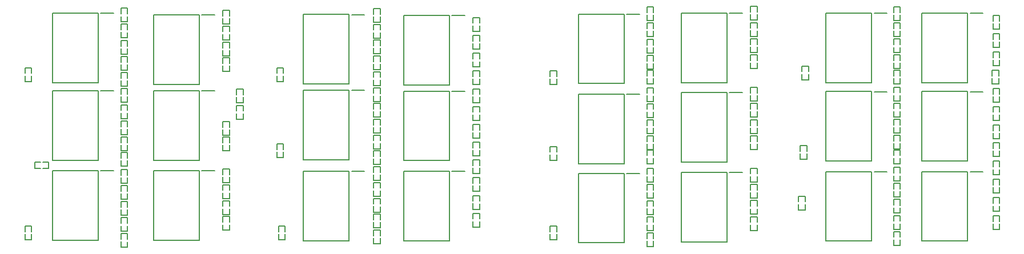
<source format=gbo>
G04*
G04 #@! TF.GenerationSoftware,Altium Limited,Altium Designer,24.2.2 (26)*
G04*
G04 Layer_Color=32896*
%FSLAX25Y25*%
%MOIN*%
G70*
G04*
G04 #@! TF.SameCoordinates,259A4400-9820-475F-8ACA-24378C9DBAE9*
G04*
G04*
G04 #@! TF.FilePolarity,Positive*
G04*
G01*
G75*
%ADD12C,0.00787*%
%ADD14C,0.00600*%
D12*
X573264Y128756D02*
X580842D01*
X571886Y88224D02*
Y128776D01*
X545114Y88224D02*
X571886D01*
X545114D02*
Y128776D01*
X571886D01*
X517264Y128756D02*
X524843D01*
X515886Y88224D02*
Y128776D01*
X489114Y88224D02*
X515886D01*
X489114D02*
Y128776D01*
X515886D01*
X432764Y128756D02*
X440343D01*
X431386Y88224D02*
Y128776D01*
X404614Y88224D02*
X431386D01*
X404614D02*
Y128776D01*
X431386D01*
X372764Y128256D02*
X380343D01*
X371386Y87724D02*
Y128276D01*
X344614Y87724D02*
X371386D01*
X344614D02*
Y128276D01*
X371386D01*
X573264Y83008D02*
X580842D01*
X571886Y42476D02*
Y83028D01*
X545114Y42476D02*
X571886D01*
X545114D02*
Y83028D01*
X571886D01*
X517264Y83008D02*
X524843D01*
X515886Y42476D02*
Y83028D01*
X489114Y42476D02*
X515886D01*
X489114D02*
Y83028D01*
X515886D01*
X432764Y82508D02*
X440343D01*
X431386Y41976D02*
Y82528D01*
X404614Y41976D02*
X431386D01*
X404614D02*
Y82528D01*
X431386D01*
X372764Y81508D02*
X380343D01*
X371386Y40976D02*
Y81528D01*
X344614Y40976D02*
X371386D01*
X344614D02*
Y81528D01*
X371386D01*
X573264Y36256D02*
X580842D01*
X571886Y-4276D02*
Y36276D01*
X545114Y-4276D02*
X571886D01*
X545114D02*
Y36276D01*
X571886D01*
X517264Y36256D02*
X524843D01*
X515886Y-4276D02*
Y36276D01*
X489114Y-4276D02*
X515886D01*
X489114D02*
Y36276D01*
X515886D01*
X432764Y35756D02*
X440343D01*
X431386Y-4776D02*
Y35776D01*
X404614Y-4776D02*
X431386D01*
X404614D02*
Y35776D01*
X431386D01*
X372764Y35256D02*
X380343D01*
X371386Y-5276D02*
Y35276D01*
X344614Y-5276D02*
X371386D01*
X344614D02*
Y35276D01*
X371386D01*
X270764Y127508D02*
X278343D01*
X269386Y86976D02*
Y127528D01*
X242614Y86976D02*
X269386D01*
X242614D02*
Y127528D01*
X269386D01*
X212264Y128008D02*
X219843D01*
X210886Y87476D02*
Y128028D01*
X184114Y87476D02*
X210886D01*
X184114D02*
Y128028D01*
X210886D01*
X270764Y83256D02*
X278343D01*
X269386Y42724D02*
Y83276D01*
X242614Y42724D02*
X269386D01*
X242614D02*
Y83276D01*
X269386D01*
X212264Y83756D02*
X219843D01*
X210886Y43224D02*
Y83776D01*
X184114Y43224D02*
X210886D01*
X184114D02*
Y83776D01*
X210886D01*
X270764Y36508D02*
X278343D01*
X269386Y-4024D02*
Y36528D01*
X242614Y-4024D02*
X269386D01*
X242614D02*
Y36528D01*
X269386D01*
X212264Y36508D02*
X219843D01*
X210886Y-4024D02*
Y36528D01*
X184114Y-4024D02*
X210886D01*
X184114D02*
Y36528D01*
X210886D01*
X96614Y83555D02*
X123386D01*
X96614Y43004D02*
Y83555D01*
Y43004D02*
X123386D01*
Y83555D01*
X124764Y83535D02*
X132343D01*
X65764D02*
X73343D01*
X64386Y43004D02*
Y83555D01*
X37614Y43004D02*
X64386D01*
X37614D02*
Y83555D01*
X64386D01*
X37614Y128807D02*
X64386D01*
X37614Y88256D02*
Y128807D01*
Y88256D02*
X64386D01*
Y128807D01*
X65764Y128787D02*
X73343D01*
X96614Y127807D02*
X123386D01*
X96614Y87256D02*
Y127807D01*
Y87256D02*
X123386D01*
Y127807D01*
X124764Y127787D02*
X132343D01*
X37614Y36807D02*
X64386D01*
X37614Y-3744D02*
Y36807D01*
Y-3744D02*
X64386D01*
Y36807D01*
X65764Y36787D02*
X73343D01*
X96614Y36807D02*
X123386D01*
X96614Y-3744D02*
Y36807D01*
Y-3744D02*
X123386D01*
Y36807D01*
X124764Y36787D02*
X132343D01*
D14*
X586600Y124174D02*
Y127500D01*
X590352D01*
X590400Y124148D02*
Y127452D01*
X590352Y127500D02*
X590400Y127452D01*
Y119500D02*
Y122711D01*
X586600Y119500D02*
X590400D01*
X586600D02*
Y122721D01*
X532400Y87500D02*
Y90826D01*
X528648Y87500D02*
X532400D01*
X528600Y87548D02*
Y90852D01*
Y87548D02*
X528648Y87500D01*
X528600Y92289D02*
Y95500D01*
X532400D01*
Y92279D02*
Y95500D01*
X586600Y102902D02*
Y106227D01*
X590352D01*
X590400Y102876D02*
Y106179D01*
X590352Y106227D02*
X590400Y106179D01*
Y98227D02*
Y101438D01*
X586600Y98227D02*
X590400D01*
X586600D02*
Y101449D01*
X589900Y87500D02*
Y90826D01*
X586148Y87500D02*
X589900D01*
X586100Y87548D02*
Y90852D01*
Y87548D02*
X586148Y87500D01*
X586100Y92289D02*
Y95500D01*
X589900D01*
Y92279D02*
Y95500D01*
X532400Y96386D02*
Y99711D01*
X528648Y96386D02*
X532400D01*
X528600Y96434D02*
Y99737D01*
Y96434D02*
X528648Y96386D01*
X528600Y101175D02*
Y104385D01*
X532400D01*
Y101164D02*
Y104385D01*
X388400Y96214D02*
Y99540D01*
X384648Y96214D02*
X388400D01*
X384600Y96263D02*
Y99566D01*
Y96263D02*
X384648Y96214D01*
X384600Y101004D02*
Y104214D01*
X388400D01*
Y100993D02*
Y104214D01*
X528600Y129174D02*
Y132500D01*
X532352D01*
X532400Y129148D02*
Y132452D01*
X532352Y132500D02*
X532400Y132452D01*
Y124500D02*
Y127711D01*
X528600Y124500D02*
X532400D01*
X528600D02*
Y127721D01*
X478900Y90000D02*
Y93326D01*
X475148Y90000D02*
X478900D01*
X475100Y90048D02*
Y93352D01*
Y90048D02*
X475148Y90000D01*
X475100Y94789D02*
Y98000D01*
X478900D01*
Y94779D02*
Y98000D01*
X528600Y110431D02*
Y113757D01*
X532352D01*
X532400Y110405D02*
Y113709D01*
X532352Y113757D02*
X532400Y113709D01*
Y105757D02*
Y108968D01*
X528600Y105757D02*
X532400D01*
X528600D02*
Y108978D01*
X448900Y124799D02*
Y128125D01*
X445148Y124799D02*
X448900D01*
X445100Y124847D02*
Y128151D01*
Y124847D02*
X445148Y124799D01*
X445100Y129588D02*
Y132799D01*
X448900D01*
Y129578D02*
Y132799D01*
X388400Y87500D02*
Y90826D01*
X384648Y87500D02*
X388400D01*
X384600Y87548D02*
Y90852D01*
Y87548D02*
X384648Y87500D01*
X384600Y92289D02*
Y95500D01*
X388400D01*
Y92279D02*
Y95500D01*
X445100Y110574D02*
Y113899D01*
X448852D01*
X448900Y110548D02*
Y113851D01*
X448852Y113899D02*
X448900Y113851D01*
Y105899D02*
Y109110D01*
X445100Y105899D02*
X448900D01*
X445100D02*
Y109121D01*
X448900Y96449D02*
Y99775D01*
X445148Y96449D02*
X448900D01*
X445100Y96498D02*
Y99801D01*
Y96498D02*
X445148Y96449D01*
X445100Y101239D02*
Y104449D01*
X448900D01*
Y101228D02*
Y104449D01*
X388400Y124500D02*
Y127826D01*
X384648Y124500D02*
X388400D01*
X384600Y124548D02*
Y127852D01*
Y124548D02*
X384648Y124500D01*
X384600Y129289D02*
Y132500D01*
X388400D01*
Y129279D02*
Y132500D01*
X331900Y87201D02*
Y90526D01*
X328148Y87201D02*
X331900D01*
X328100Y87249D02*
Y90553D01*
Y87249D02*
X328148Y87201D01*
X328100Y91990D02*
Y95201D01*
X331900D01*
Y91979D02*
Y95201D01*
X384600Y110317D02*
Y113643D01*
X388352D01*
X388400Y110291D02*
Y113594D01*
X388352Y113643D02*
X388400Y113594D01*
Y105643D02*
Y108853D01*
X384600Y105643D02*
X388400D01*
X384600D02*
Y108864D01*
X586600Y81629D02*
Y84955D01*
X590352D01*
X590400Y81603D02*
Y84906D01*
X590352Y84955D02*
X590400Y84906D01*
Y76955D02*
Y80165D01*
X586600Y76955D02*
X590400D01*
X586600D02*
Y80176D01*
X532400Y41000D02*
Y44326D01*
X528648Y41000D02*
X532400D01*
X528600Y41048D02*
Y44352D01*
Y41048D02*
X528648Y41000D01*
X528600Y45789D02*
Y49000D01*
X532400D01*
Y45779D02*
Y49000D01*
X586600Y60356D02*
Y63682D01*
X590352D01*
X590400Y60330D02*
Y63634D01*
X590352Y63682D02*
X590400Y63634D01*
Y55682D02*
Y58892D01*
X586600Y55682D02*
X590400D01*
X586600D02*
Y58903D01*
X590400Y45045D02*
Y48371D01*
X586648Y45045D02*
X590400D01*
X586600Y45094D02*
Y48397D01*
Y45094D02*
X586648Y45045D01*
X586600Y49835D02*
Y53045D01*
X590400D01*
Y49824D02*
Y53045D01*
X532400Y77643D02*
Y80968D01*
X528648Y77643D02*
X532400D01*
X528600Y77691D02*
Y80994D01*
Y77691D02*
X528648Y77643D01*
X528600Y82432D02*
Y85642D01*
X532400D01*
Y82421D02*
Y85642D01*
X477900Y43500D02*
Y46826D01*
X474148Y43500D02*
X477900D01*
X474100Y43548D02*
Y46852D01*
Y43548D02*
X474148Y43500D01*
X474100Y48289D02*
Y51500D01*
X477900D01*
Y48279D02*
Y51500D01*
X532400Y58900D02*
Y62225D01*
X528648Y58900D02*
X532400D01*
X528600Y58948D02*
Y62251D01*
Y58948D02*
X528648Y58900D01*
X528600Y63689D02*
Y66900D01*
X532400D01*
Y63678D02*
Y66900D01*
Y49528D02*
Y52854D01*
X528648Y49528D02*
X532400D01*
X528600Y49576D02*
Y52880D01*
Y49576D02*
X528648Y49528D01*
X528600Y54317D02*
Y57528D01*
X532400D01*
Y54307D02*
Y57528D01*
X445100Y82224D02*
Y85549D01*
X448852D01*
X448900Y82198D02*
Y85501D01*
X448852Y85549D02*
X448900Y85501D01*
Y77549D02*
Y80760D01*
X445100Y77549D02*
X448900D01*
X445100D02*
Y80771D01*
X388400Y41000D02*
Y44326D01*
X384648Y41000D02*
X388400D01*
X384600Y41048D02*
Y44352D01*
Y41048D02*
X384648Y41000D01*
X384600Y45789D02*
Y49000D01*
X388400D01*
Y45779D02*
Y49000D01*
X445100Y63324D02*
Y66650D01*
X448852D01*
X448900Y63298D02*
Y66601D01*
X448852Y66650D02*
X448900Y66601D01*
Y58650D02*
Y61860D01*
X445100Y58650D02*
X448900D01*
X445100D02*
Y61871D01*
X448900Y49200D02*
Y52525D01*
X445148Y49200D02*
X448900D01*
X445100Y49248D02*
Y52551D01*
Y49248D02*
X445148Y49200D01*
X445100Y53989D02*
Y57200D01*
X448900D01*
Y53978D02*
Y57200D01*
X388400Y77357D02*
Y80683D01*
X384648Y77357D02*
X388400D01*
X384600Y77406D02*
Y80709D01*
Y77406D02*
X384648Y77357D01*
X384600Y82147D02*
Y85357D01*
X388400D01*
Y82136D02*
Y85357D01*
X331900Y43000D02*
Y46326D01*
X328148Y43000D02*
X331900D01*
X328100Y43048D02*
Y46352D01*
Y43048D02*
X328148Y43000D01*
X328100Y47789D02*
Y51000D01*
X331900D01*
Y47779D02*
Y51000D01*
X384600Y63174D02*
Y66500D01*
X388352D01*
X388400Y63148D02*
Y66452D01*
X388352Y66500D02*
X388400Y66452D01*
Y58500D02*
Y61711D01*
X384600Y58500D02*
X388400D01*
X384600D02*
Y61721D01*
X388400Y49071D02*
Y52397D01*
X384648Y49071D02*
X388400D01*
X384600Y49120D02*
Y52423D01*
Y49120D02*
X384648Y49071D01*
X384600Y53861D02*
Y57071D01*
X388400D01*
Y53850D02*
Y57071D01*
X586600Y39083D02*
Y42409D01*
X590352D01*
X590400Y39057D02*
Y42361D01*
X590352Y42409D02*
X590400Y42361D01*
Y34409D02*
Y37620D01*
X586600Y34409D02*
X590400D01*
X586600D02*
Y37630D01*
X532400Y-6701D02*
Y-3375D01*
X528648Y-6701D02*
X532400D01*
X528600Y-6652D02*
Y-3349D01*
Y-6652D02*
X528648Y-6701D01*
X528600Y-1911D02*
Y1299D01*
X532400D01*
Y-1922D02*
Y1299D01*
X586600Y17811D02*
Y21136D01*
X590352D01*
X590400Y17785D02*
Y21088D01*
X590352Y21136D02*
X590400Y21088D01*
Y13136D02*
Y16347D01*
X586600Y13136D02*
X590400D01*
X586600D02*
Y16358D01*
X590400Y2500D02*
Y5826D01*
X586648Y2500D02*
X590400D01*
X586600Y2548D02*
Y5852D01*
Y2548D02*
X586648Y2500D01*
X586600Y7289D02*
Y10500D01*
X590400D01*
Y7279D02*
Y10500D01*
X528600Y35460D02*
Y38785D01*
X532352D01*
X532400Y35434D02*
Y38737D01*
X532352Y38785D02*
X532400Y38737D01*
Y30785D02*
Y33996D01*
X528600Y30785D02*
X532400D01*
X528600D02*
Y34006D01*
X476900Y14000D02*
Y17326D01*
X473148Y14000D02*
X476900D01*
X473100Y14048D02*
Y17352D01*
Y14048D02*
X473148Y14000D01*
X473100Y18789D02*
Y22000D01*
X476900D01*
Y18779D02*
Y22000D01*
X528600Y16717D02*
Y20042D01*
X532352D01*
X532400Y16691D02*
Y19994D01*
X532352Y20042D02*
X532400Y19994D01*
Y12042D02*
Y15253D01*
X528600Y12042D02*
X532400D01*
X528600D02*
Y15263D01*
X532400Y2671D02*
Y5996D01*
X528648Y2671D02*
X532400D01*
X528600Y2719D02*
Y6022D01*
Y2719D02*
X528648Y2671D01*
X528600Y7460D02*
Y10671D01*
X532400D01*
Y7449D02*
Y10671D01*
X448900Y30300D02*
Y33625D01*
X445148Y30300D02*
X448900D01*
X445100Y30348D02*
Y33651D01*
Y30348D02*
X445148Y30300D01*
X445100Y35089D02*
Y38300D01*
X448900D01*
Y35078D02*
Y38300D01*
X388400Y-7500D02*
Y-4174D01*
X384648Y-7500D02*
X388400D01*
X384600Y-7452D02*
Y-4148D01*
Y-7452D02*
X384648Y-7500D01*
X384600Y-2711D02*
Y500D01*
X388400D01*
Y-2721D02*
Y500D01*
X445100Y16074D02*
Y19400D01*
X448852D01*
X448900Y16048D02*
Y19352D01*
X448852Y19400D02*
X448900Y19352D01*
Y11400D02*
Y14611D01*
X445100Y11400D02*
X448900D01*
X445100D02*
Y14621D01*
X448900Y1950D02*
Y5275D01*
X445148Y1950D02*
X448900D01*
X445100Y1998D02*
Y5302D01*
Y1998D02*
X445148Y1950D01*
X445100Y6739D02*
Y9950D01*
X448900D01*
Y6729D02*
Y9950D01*
X384600Y34889D02*
Y38214D01*
X388352D01*
X388400Y34863D02*
Y38166D01*
X388352Y38214D02*
X388400Y38166D01*
Y30214D02*
Y33425D01*
X384600Y30214D02*
X388400D01*
X384600D02*
Y33435D01*
X331900Y-3500D02*
Y-174D01*
X328148Y-3500D02*
X331900D01*
X328100Y-3452D02*
Y-148D01*
Y-3452D02*
X328148Y-3500D01*
X328100Y1289D02*
Y4500D01*
X331900D01*
Y1279D02*
Y4500D01*
X388400Y11357D02*
Y14683D01*
X384648Y11357D02*
X388400D01*
X384600Y11406D02*
Y14709D01*
Y11406D02*
X384648Y11357D01*
X384600Y16147D02*
Y19357D01*
X388400D01*
Y16136D02*
Y19357D01*
Y1929D02*
Y5254D01*
X384648Y1929D02*
X388400D01*
X384600Y1977D02*
Y5280D01*
Y1977D02*
X384648Y1929D01*
X384600Y6718D02*
Y9929D01*
X388400D01*
Y6707D02*
Y9929D01*
X286900Y118252D02*
Y121578D01*
X283148Y118252D02*
X286900D01*
X283100Y118300D02*
Y121604D01*
Y118300D02*
X283148Y118252D01*
X283100Y123041D02*
Y126252D01*
X286900D01*
Y123031D02*
Y126252D01*
X228900Y86594D02*
Y89920D01*
X225148Y86594D02*
X228900D01*
X225100Y86642D02*
Y89946D01*
Y86642D02*
X225148Y86594D01*
X225100Y91383D02*
Y94594D01*
X228900D01*
Y91373D02*
Y94594D01*
X283100Y102145D02*
Y105470D01*
X286852D01*
X286900Y102119D02*
Y105422D01*
X286852Y105470D02*
X286900Y105422D01*
Y97470D02*
Y100681D01*
X283100Y97470D02*
X286900D01*
X283100D02*
Y100691D01*
X286900Y87079D02*
Y90405D01*
X283148Y87079D02*
X286900D01*
X283100Y87128D02*
Y90431D01*
Y87128D02*
X283148Y87079D01*
X283100Y91869D02*
Y95079D01*
X286900D01*
Y91858D02*
Y95079D01*
X228900Y123551D02*
Y126877D01*
X225148Y123551D02*
X228900D01*
X225100Y123600D02*
Y126903D01*
Y123600D02*
X225148Y123551D01*
X225100Y128340D02*
Y131551D01*
X228900D01*
Y128330D02*
Y131551D01*
Y105072D02*
Y108398D01*
X225148Y105072D02*
X228900D01*
X225100Y105121D02*
Y108424D01*
Y105121D02*
X225148Y105072D01*
X225100Y109862D02*
Y113073D01*
X228900D01*
Y109851D02*
Y113073D01*
Y95833D02*
Y99159D01*
X225148Y95833D02*
X228900D01*
X225100Y95881D02*
Y99185D01*
Y95881D02*
X225148Y95833D01*
X225100Y100623D02*
Y103833D01*
X228900D01*
Y100612D02*
Y103833D01*
X286900Y76689D02*
Y80014D01*
X283148Y76689D02*
X286900D01*
X283100Y76737D02*
Y80040D01*
Y76737D02*
X283148Y76689D01*
X283100Y81478D02*
Y84689D01*
X286900D01*
Y81467D02*
Y84689D01*
X228900Y40397D02*
Y43723D01*
X225148Y40397D02*
X228900D01*
X225100Y40446D02*
Y43749D01*
Y40446D02*
X225148Y40397D01*
X225100Y45187D02*
Y48397D01*
X228900D01*
Y45176D02*
Y48397D01*
X283100Y60581D02*
Y63907D01*
X286852D01*
X286900Y60555D02*
Y63859D01*
X286852Y63907D02*
X286900Y63859D01*
Y55907D02*
Y59118D01*
X283100Y55907D02*
X286900D01*
X283100D02*
Y59128D01*
X286900Y45516D02*
Y48842D01*
X283148Y45516D02*
X286900D01*
X283100Y45564D02*
Y48868D01*
Y45564D02*
X283148Y45516D01*
X283100Y50305D02*
Y53516D01*
X286900D01*
Y50295D02*
Y53516D01*
X225100Y82029D02*
Y85355D01*
X228852D01*
X228900Y82003D02*
Y85306D01*
X228852Y85355D02*
X228900Y85306D01*
Y77355D02*
Y80565D01*
X225100Y77355D02*
X228900D01*
X225100D02*
Y80576D01*
Y63550D02*
Y66876D01*
X228852D01*
X228900Y63524D02*
Y66828D01*
X228852Y66876D02*
X228900Y66828D01*
Y58876D02*
Y62087D01*
X225100Y58876D02*
X228900D01*
X225100D02*
Y62097D01*
X228900Y49637D02*
Y52962D01*
X225148Y49637D02*
X228900D01*
X225100Y49685D02*
Y52988D01*
Y49685D02*
X225148Y49637D01*
X225100Y54426D02*
Y57637D01*
X228900D01*
Y54415D02*
Y57637D01*
X286900Y35125D02*
Y38451D01*
X283148Y35125D02*
X286900D01*
X283100Y35174D02*
Y38477D01*
Y35174D02*
X283148Y35125D01*
X283100Y39915D02*
Y43125D01*
X286900D01*
Y39904D02*
Y43125D01*
X228900Y-5799D02*
Y-2474D01*
X225148Y-5799D02*
X228900D01*
X225100Y-5751D02*
Y-2448D01*
Y-5751D02*
X225148Y-5799D01*
X225100Y-1010D02*
Y2201D01*
X228900D01*
Y-1020D02*
Y2201D01*
X286900Y14344D02*
Y17669D01*
X283148Y14344D02*
X286900D01*
X283100Y14392D02*
Y17695D01*
Y14392D02*
X283148Y14344D01*
X283100Y19133D02*
Y22344D01*
X286900D01*
Y19122D02*
Y22344D01*
Y3953D02*
Y7278D01*
X283148Y3953D02*
X286900D01*
X283100Y4001D02*
Y7304D01*
Y4001D02*
X283148Y3953D01*
X283100Y8742D02*
Y11953D01*
X286900D01*
Y8732D02*
Y11953D01*
X225100Y35832D02*
Y39158D01*
X228852D01*
X228900Y35806D02*
Y39110D01*
X228852Y39158D02*
X228900Y39110D01*
Y31158D02*
Y34369D01*
X225100Y31158D02*
X228900D01*
X225100D02*
Y34379D01*
X228900Y12679D02*
Y16005D01*
X225148Y12679D02*
X228900D01*
X225100Y12728D02*
Y16031D01*
Y12728D02*
X225148Y12679D01*
X225100Y17469D02*
Y20679D01*
X228900D01*
Y17458D02*
Y20679D01*
Y3440D02*
Y6766D01*
X225148Y3440D02*
X228900D01*
X225100Y3488D02*
Y6792D01*
Y3488D02*
X225148Y3440D01*
X225100Y8230D02*
Y11440D01*
X228900D01*
Y8219D02*
Y11440D01*
X590400Y108864D02*
Y112189D01*
X586648Y108864D02*
X590400D01*
X586600Y108912D02*
Y112215D01*
Y108912D02*
X586648Y108864D01*
X586600Y113653D02*
Y116864D01*
X590400D01*
Y113642D02*
Y116864D01*
X532400Y115128D02*
Y118454D01*
X528648Y115128D02*
X532400D01*
X528600Y115177D02*
Y118480D01*
Y115177D02*
X528648Y115128D01*
X528600Y119918D02*
Y123128D01*
X532400D01*
Y119907D02*
Y123128D01*
X448900Y115349D02*
Y118675D01*
X445148Y115349D02*
X448900D01*
X445100Y115398D02*
Y118701D01*
Y115398D02*
X445148Y115349D01*
X445100Y120139D02*
Y123349D01*
X448900D01*
Y120128D02*
Y123349D01*
X388400Y115071D02*
Y118397D01*
X384648Y115071D02*
X388400D01*
X384600Y115120D02*
Y118423D01*
Y115120D02*
X384648Y115071D01*
X384600Y119861D02*
Y123071D01*
X388400D01*
Y119850D02*
Y123071D01*
X590400Y66318D02*
Y69644D01*
X586648Y66318D02*
X590400D01*
X586600Y66366D02*
Y69670D01*
Y66366D02*
X586648Y66318D01*
X586600Y71108D02*
Y74318D01*
X590400D01*
Y71097D02*
Y74318D01*
X532400Y68271D02*
Y71597D01*
X528648Y68271D02*
X532400D01*
X528600Y68319D02*
Y71623D01*
Y68319D02*
X528648Y68271D01*
X528600Y73060D02*
Y76271D01*
X532400D01*
Y73050D02*
Y76271D01*
X448900Y68099D02*
Y71425D01*
X445148Y68099D02*
X448900D01*
X445100Y68148D02*
Y71451D01*
Y68148D02*
X445148Y68099D01*
X445100Y72889D02*
Y76099D01*
X448900D01*
Y72878D02*
Y76099D01*
X388400Y67929D02*
Y71254D01*
X384648Y67929D02*
X388400D01*
X384600Y67977D02*
Y71280D01*
Y67977D02*
X384648Y67929D01*
X384600Y72718D02*
Y75929D01*
X388400D01*
Y72707D02*
Y75929D01*
X590400Y23773D02*
Y27098D01*
X586648Y23773D02*
X590400D01*
X586600Y23821D02*
Y27124D01*
Y23821D02*
X586648Y23773D01*
X586600Y28562D02*
Y31773D01*
X590400D01*
Y28552D02*
Y31773D01*
X532400Y21414D02*
Y24739D01*
X528648Y21414D02*
X532400D01*
X528600Y21462D02*
Y24765D01*
Y21462D02*
X528648Y21414D01*
X528600Y26203D02*
Y29414D01*
X532400D01*
Y26192D02*
Y29414D01*
X448900Y20850D02*
Y24175D01*
X445148Y20850D02*
X448900D01*
X445100Y20898D02*
Y24202D01*
Y20898D02*
X445148Y20850D01*
X445100Y25639D02*
Y28850D01*
X448900D01*
Y25629D02*
Y28850D01*
X388400Y20786D02*
Y24111D01*
X384648Y20786D02*
X388400D01*
X384600Y20834D02*
Y24137D01*
Y20834D02*
X384648Y20786D01*
X384600Y25575D02*
Y28786D01*
X388400D01*
Y25564D02*
Y28786D01*
X286900Y107861D02*
Y111187D01*
X283148Y107861D02*
X286900D01*
X283100Y107909D02*
Y111213D01*
Y107909D02*
X283148Y107861D01*
X283100Y112650D02*
Y115861D01*
X286900D01*
Y112640D02*
Y115861D01*
X228900Y114312D02*
Y117637D01*
X225148Y114312D02*
X228900D01*
X225100Y114360D02*
Y117664D01*
Y114360D02*
X225148Y114312D01*
X225100Y119101D02*
Y122312D01*
X228900D01*
Y119091D02*
Y122312D01*
X286900Y66298D02*
Y69623D01*
X283148Y66298D02*
X286900D01*
X283100Y66346D02*
Y69649D01*
Y66346D02*
X283148Y66298D01*
X283100Y71087D02*
Y74298D01*
X286900D01*
Y71077D02*
Y74298D01*
X228900Y68115D02*
Y71441D01*
X225148Y68115D02*
X228900D01*
X225100Y68164D02*
Y71467D01*
Y68164D02*
X225148Y68115D01*
X225100Y72905D02*
Y76115D01*
X228900D01*
Y72894D02*
Y76115D01*
X286900Y24734D02*
Y28060D01*
X283148Y24734D02*
X286900D01*
X283100Y24783D02*
Y28086D01*
Y24783D02*
X283148Y24734D01*
X283100Y29524D02*
Y32734D01*
X286900D01*
Y29513D02*
Y32734D01*
X228900Y21919D02*
Y25244D01*
X225148Y21919D02*
X228900D01*
X225100Y21967D02*
Y25270D01*
Y21967D02*
X225148Y21919D01*
X225100Y26708D02*
Y29919D01*
X228900D01*
Y26697D02*
Y29919D01*
X77600Y20263D02*
Y23484D01*
Y20263D02*
X81400D01*
Y23474D01*
X81352Y28263D02*
X81400Y28215D01*
Y24912D02*
Y28215D01*
X77600Y28263D02*
X81352D01*
X77600Y24938D02*
Y28263D01*
Y29674D02*
Y32895D01*
Y29674D02*
X81400D01*
Y32884D01*
X81352Y37674D02*
X81400Y37625D01*
Y34322D02*
Y37625D01*
X77600Y37674D02*
X81352D01*
X77600Y34348D02*
Y37674D01*
X81400Y44279D02*
Y47500D01*
X77600D02*
X81400D01*
X77600Y44289D02*
Y47500D01*
Y39548D02*
X77648Y39500D01*
X77600Y39548D02*
Y42852D01*
X77648Y39500D02*
X81400D01*
Y42826D01*
X27500Y41900D02*
X30721D01*
X27500Y38100D02*
Y41900D01*
Y38100D02*
X30711D01*
X35452D02*
X35500Y38148D01*
X32148Y38100D02*
X35452D01*
X35500Y38148D02*
Y41900D01*
X32174D02*
X35500D01*
X140900Y16094D02*
Y19316D01*
X137100D02*
X140900D01*
X137100Y16105D02*
Y19316D01*
Y11364D02*
X137148Y11315D01*
X137100Y11364D02*
Y14667D01*
X137148Y11315D02*
X140900D01*
Y14641D01*
X137100Y29851D02*
Y33073D01*
Y29851D02*
X140900D01*
Y33062D01*
X140852Y37852D02*
X140900Y37803D01*
Y34500D02*
Y37803D01*
X137100Y37852D02*
X140852D01*
X137100Y34526D02*
Y37852D01*
X172400Y49279D02*
Y52500D01*
X168600D02*
X172400D01*
X168600Y49289D02*
Y52500D01*
Y44548D02*
X168648Y44500D01*
X168600Y44548D02*
Y47852D01*
X168648Y44500D02*
X172400D01*
Y47826D01*
X140900Y53166D02*
Y56388D01*
X137100D02*
X140900D01*
X137100Y53177D02*
Y56388D01*
Y48436D02*
X137148Y48388D01*
X137100Y48436D02*
Y51739D01*
X137148Y48388D02*
X140900D01*
Y51713D01*
X137100Y57655D02*
Y60877D01*
Y57655D02*
X140900D01*
Y60866D01*
X140852Y65655D02*
X140900Y65607D01*
Y62304D02*
Y65607D01*
X137100Y65655D02*
X140852D01*
X137100Y62330D02*
Y65655D01*
X140900Y25362D02*
Y28583D01*
X137100D02*
X140900D01*
X137100Y25373D02*
Y28583D01*
Y20632D02*
X137148Y20583D01*
X137100Y20632D02*
Y23935D01*
X137148Y20583D02*
X140900D01*
Y23909D01*
X77600Y57906D02*
Y61127D01*
Y57906D02*
X81400D01*
Y61116D01*
X81352Y65905D02*
X81400Y65857D01*
Y62554D02*
Y65857D01*
X77600Y65905D02*
X81352D01*
X77600Y62580D02*
Y65905D01*
X81400Y72095D02*
Y75316D01*
X77600D02*
X81400D01*
X77600Y72105D02*
Y75316D01*
Y67364D02*
X77648Y67316D01*
X77600Y67364D02*
Y70668D01*
X77648Y67316D02*
X81400D01*
Y70642D01*
X25400Y93759D02*
Y96980D01*
X21600D02*
X25400D01*
X21600Y93770D02*
Y96980D01*
Y89029D02*
X21648Y88980D01*
X21600Y89029D02*
Y92332D01*
X21648Y88980D02*
X25400D01*
Y92306D01*
X81400Y81505D02*
Y84727D01*
X77600D02*
X81400D01*
X77600Y81516D02*
Y84727D01*
Y76775D02*
X77648Y76727D01*
X77600Y76775D02*
Y80078D01*
X77648Y76727D02*
X81400D01*
Y80052D01*
Y90916D02*
Y94137D01*
X77600D02*
X81400D01*
X77600Y90927D02*
Y94137D01*
Y86185D02*
X77648Y86137D01*
X77600Y86185D02*
Y89489D01*
X77648Y86137D02*
X81400D01*
Y89463D01*
X148900Y71779D02*
Y75000D01*
X145100D02*
X148900D01*
X145100Y71789D02*
Y75000D01*
Y67048D02*
X145148Y67000D01*
X145100Y67048D02*
Y70352D01*
X145148Y67000D02*
X148900D01*
Y70326D01*
X145100Y76500D02*
Y79721D01*
Y76500D02*
X148900D01*
Y79711D01*
X148852Y84500D02*
X148900Y84452D01*
Y81148D02*
Y84452D01*
X145100Y84500D02*
X148852D01*
X145100Y81174D02*
Y84500D01*
X172400Y93779D02*
Y97000D01*
X168600D02*
X172400D01*
X168600Y93789D02*
Y97000D01*
Y89048D02*
X168648Y89000D01*
X168600Y89048D02*
Y92352D01*
X168648Y89000D02*
X172400D01*
Y92326D01*
X81400Y100327D02*
Y103548D01*
X77600D02*
X81400D01*
X77600Y100337D02*
Y103548D01*
Y95596D02*
X77648Y95548D01*
X77600Y95596D02*
Y98899D01*
X77648Y95548D02*
X81400D01*
Y98873D01*
X77600Y104958D02*
Y108180D01*
Y104958D02*
X81400D01*
Y108169D01*
X81352Y112958D02*
X81400Y112910D01*
Y109607D02*
Y112910D01*
X77600Y112958D02*
X81352D01*
X77600Y109633D02*
Y112958D01*
X81400Y119148D02*
Y122369D01*
X77600D02*
X81400D01*
X77600Y119158D02*
Y122369D01*
Y114417D02*
X77648Y114369D01*
X77600Y114417D02*
Y117721D01*
X77648Y114369D02*
X81400D01*
Y117694D01*
X77600Y123779D02*
Y127001D01*
Y123779D02*
X81400D01*
Y126990D01*
X81352Y131780D02*
X81400Y131731D01*
Y128428D02*
Y131731D01*
X77600Y131780D02*
X81352D01*
X77600Y128454D02*
Y131780D01*
X140900Y99506D02*
Y102727D01*
X137100D02*
X140900D01*
X137100Y99517D02*
Y102727D01*
Y94776D02*
X137148Y94727D01*
X137100Y94776D02*
Y98079D01*
X137148Y94727D02*
X140900D01*
Y98053D01*
X137100Y103995D02*
Y107217D01*
Y103995D02*
X140900D01*
Y107206D01*
X140852Y111995D02*
X140900Y111947D01*
Y108644D02*
Y111947D01*
X137100Y111995D02*
X140852D01*
X137100Y108670D02*
Y111995D01*
X140900Y118042D02*
Y121263D01*
X137100D02*
X140900D01*
X137100Y118053D02*
Y121263D01*
Y113312D02*
X137148Y113263D01*
X137100Y113312D02*
Y116615D01*
X137148Y113263D02*
X140900D01*
Y116589D01*
Y127310D02*
Y130531D01*
X137100D02*
X140900D01*
X137100Y127321D02*
Y130531D01*
Y122580D02*
X137148Y122531D01*
X137100Y122580D02*
Y125883D01*
X137148Y122531D02*
X140900D01*
Y125857D01*
X81400Y53274D02*
Y56495D01*
X77600D02*
X81400D01*
X77600Y53284D02*
Y56495D01*
Y48543D02*
X77648Y48495D01*
X77600Y48543D02*
Y51847D01*
X77648Y48495D02*
X81400D01*
Y51820D01*
Y-3190D02*
Y32D01*
X77600D02*
X81400D01*
X77600Y-3179D02*
Y32D01*
Y-7920D02*
X77648Y-7969D01*
X77600Y-7920D02*
Y-4617D01*
X77648Y-7969D02*
X81400D01*
Y-4643D01*
X25400Y1259D02*
Y4480D01*
X21600D02*
X25400D01*
X21600Y1270D02*
Y4480D01*
Y-3471D02*
X21648Y-3520D01*
X21600Y-3471D02*
Y-168D01*
X21648Y-3520D02*
X25400D01*
Y-194D01*
X77600Y1442D02*
Y4663D01*
Y1442D02*
X81400D01*
Y4653D01*
X81352Y9442D02*
X81400Y9394D01*
Y6090D02*
Y9394D01*
X77600Y9442D02*
X81352D01*
X77600Y6117D02*
Y9442D01*
X81400Y15631D02*
Y18853D01*
X77600D02*
X81400D01*
X77600Y15642D02*
Y18853D01*
Y10901D02*
X77648Y10853D01*
X77600Y10901D02*
Y14204D01*
X77648Y10853D02*
X81400D01*
Y14178D01*
X173400Y1279D02*
Y4500D01*
X169600D02*
X173400D01*
X169600Y1289D02*
Y4500D01*
Y-3452D02*
X169648Y-3500D01*
X169600Y-3452D02*
Y-148D01*
X169648Y-3500D02*
X173400D01*
Y-174D01*
X137100Y2048D02*
Y5269D01*
Y2048D02*
X140900D01*
Y5258D01*
X140852Y10047D02*
X140900Y9999D01*
Y6696D02*
Y9999D01*
X137100Y10047D02*
X140852D01*
X137100Y6722D02*
Y10047D01*
M02*

</source>
